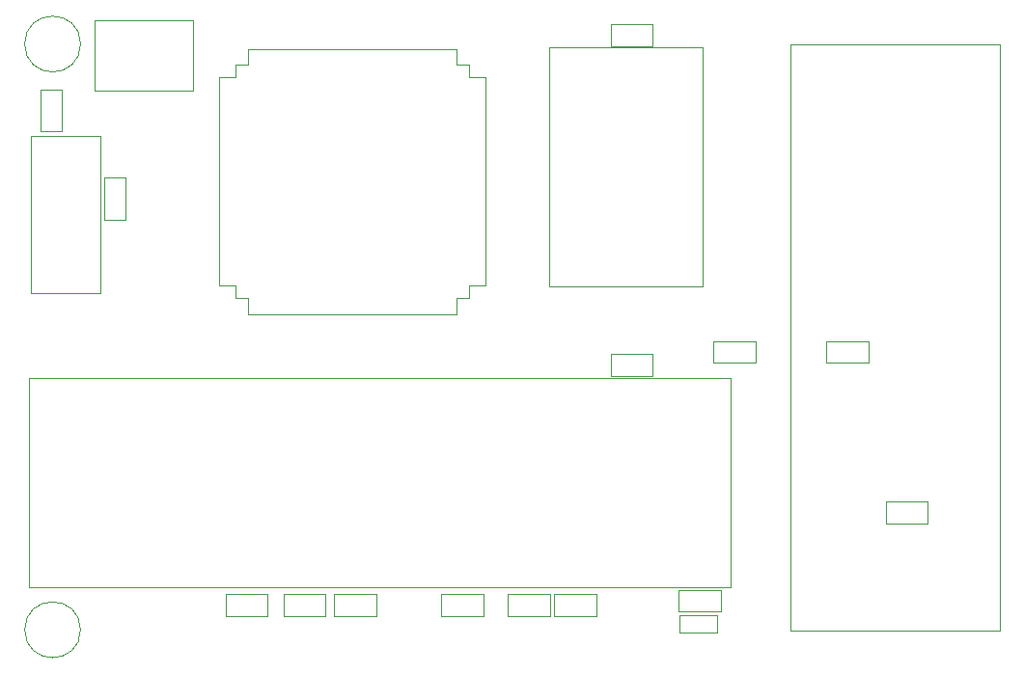
<source format=gbr>
G04 #@! TF.GenerationSoftware,KiCad,Pcbnew,(5.1.2-1)-1*
G04 #@! TF.CreationDate,2020-07-08T23:16:21+01:00*
G04 #@! TF.ProjectId,tranZPUter-SW,7472616e-5a50-4557-9465-722d53572e6b,rev?*
G04 #@! TF.SameCoordinates,Original*
G04 #@! TF.FileFunction,Other,User*
%FSLAX46Y46*%
G04 Gerber Fmt 4.6, Leading zero omitted, Abs format (unit mm)*
G04 Created by KiCad (PCBNEW (5.1.2-1)-1) date 2020-07-08 23:16:21*
%MOMM*%
%LPD*%
G04 APERTURE LIST*
%ADD10C,0.050000*%
G04 APERTURE END LIST*
D10*
X154995000Y-141290000D02*
X158695000Y-141290000D01*
X154995000Y-143190000D02*
X154995000Y-141290000D01*
X158695000Y-143190000D02*
X154995000Y-143190000D01*
X158695000Y-141290000D02*
X158695000Y-143190000D01*
X119285000Y-101070000D02*
X113135000Y-101070000D01*
X119285000Y-114820000D02*
X119285000Y-101070000D01*
X113135000Y-114820000D02*
X119285000Y-114820000D01*
X113135000Y-101070000D02*
X113135000Y-114820000D01*
X153001000Y-114179000D02*
X153001000Y-105029000D01*
X151601000Y-114179000D02*
X153001000Y-114179000D01*
X151601000Y-115279000D02*
X151601000Y-114179000D01*
X150501000Y-115279000D02*
X151601000Y-115279000D01*
X150501000Y-116679000D02*
X150501000Y-115279000D01*
X141351000Y-116679000D02*
X150501000Y-116679000D01*
X129701000Y-114179000D02*
X129701000Y-105029000D01*
X131101000Y-114179000D02*
X129701000Y-114179000D01*
X131101000Y-115279000D02*
X131101000Y-114179000D01*
X132201000Y-115279000D02*
X131101000Y-115279000D01*
X132201000Y-116679000D02*
X132201000Y-115279000D01*
X141351000Y-116679000D02*
X132201000Y-116679000D01*
X153001000Y-95879000D02*
X153001000Y-105029000D01*
X151601000Y-95879000D02*
X153001000Y-95879000D01*
X151601000Y-94779000D02*
X151601000Y-95879000D01*
X150501000Y-94779000D02*
X151601000Y-94779000D01*
X150501000Y-93379000D02*
X150501000Y-94779000D01*
X141351000Y-93379000D02*
X150501000Y-93379000D01*
X129701000Y-95879000D02*
X129701000Y-105029000D01*
X131101000Y-95879000D02*
X129701000Y-95879000D01*
X131101000Y-94779000D02*
X131101000Y-95879000D01*
X132201000Y-94779000D02*
X131101000Y-94779000D01*
X132201000Y-93379000D02*
X132201000Y-94779000D01*
X141351000Y-93379000D02*
X132201000Y-93379000D01*
X119573000Y-108403000D02*
X119573000Y-104703000D01*
X121473000Y-108403000D02*
X119573000Y-108403000D01*
X121473000Y-104703000D02*
X121473000Y-108403000D01*
X119573000Y-104703000D02*
X121473000Y-104703000D01*
X115885000Y-96956000D02*
X115885000Y-100656000D01*
X113985000Y-96956000D02*
X115885000Y-96956000D01*
X113985000Y-100656000D02*
X113985000Y-96956000D01*
X115885000Y-100656000D02*
X113985000Y-100656000D01*
X158654000Y-114259000D02*
X172054000Y-114259000D01*
X158654000Y-93259000D02*
X172054000Y-93259000D01*
X172054000Y-93259000D02*
X172054000Y-114259000D01*
X158654000Y-93259000D02*
X158654000Y-114259000D01*
X118723000Y-90900000D02*
X118723000Y-97050000D01*
X127373000Y-90900000D02*
X118723000Y-90900000D01*
X127373000Y-97050000D02*
X127373000Y-90900000D01*
X118723000Y-97050000D02*
X127373000Y-97050000D01*
X170024000Y-143111000D02*
X173384000Y-143111000D01*
X170024000Y-144671000D02*
X170024000Y-143111000D01*
X173384000Y-144671000D02*
X170024000Y-144671000D01*
X173384000Y-143111000D02*
X173384000Y-144671000D01*
X152853000Y-143190000D02*
X149153000Y-143190000D01*
X152853000Y-141290000D02*
X152853000Y-143190000D01*
X149153000Y-141290000D02*
X152853000Y-141290000D01*
X149153000Y-143190000D02*
X149153000Y-141290000D01*
X198156000Y-93015000D02*
X179806000Y-93015000D01*
X198156000Y-144465000D02*
X198156000Y-93015000D01*
X179806000Y-144465000D02*
X198156000Y-144465000D01*
X179806000Y-93015000D02*
X179806000Y-144465000D01*
X130230000Y-141290000D02*
X133930000Y-141290000D01*
X130230000Y-143190000D02*
X130230000Y-141290000D01*
X133930000Y-143190000D02*
X130230000Y-143190000D01*
X133930000Y-141290000D02*
X133930000Y-143190000D01*
X135310000Y-141290000D02*
X139010000Y-141290000D01*
X135310000Y-143190000D02*
X135310000Y-141290000D01*
X139010000Y-143190000D02*
X135310000Y-143190000D01*
X139010000Y-141290000D02*
X139010000Y-143190000D01*
X164012000Y-120208000D02*
X167712000Y-120208000D01*
X164012000Y-122108000D02*
X164012000Y-120208000D01*
X167712000Y-122108000D02*
X164012000Y-122108000D01*
X167712000Y-120208000D02*
X167712000Y-122108000D01*
X162759000Y-143190000D02*
X159059000Y-143190000D01*
X162759000Y-141290000D02*
X162759000Y-143190000D01*
X159059000Y-141290000D02*
X162759000Y-141290000D01*
X159059000Y-143190000D02*
X159059000Y-141290000D01*
X143455000Y-143190000D02*
X139755000Y-143190000D01*
X143455000Y-141290000D02*
X143455000Y-143190000D01*
X139755000Y-141290000D02*
X143455000Y-141290000D01*
X139755000Y-143190000D02*
X139755000Y-141290000D01*
X191842000Y-135062000D02*
X188142000Y-135062000D01*
X191842000Y-133162000D02*
X191842000Y-135062000D01*
X188142000Y-133162000D02*
X191842000Y-133162000D01*
X188142000Y-135062000D02*
X188142000Y-133162000D01*
X117512000Y-144399000D02*
G75*
G03X117512000Y-144399000I-2450000J0D01*
G01*
X117512000Y-92964000D02*
G75*
G03X117512000Y-92964000I-2450000J0D01*
G01*
X176729000Y-120965000D02*
X173029000Y-120965000D01*
X176729000Y-119065000D02*
X176729000Y-120965000D01*
X173029000Y-119065000D02*
X176729000Y-119065000D01*
X173029000Y-120965000D02*
X173029000Y-119065000D01*
X174574000Y-140625000D02*
X174574000Y-122275000D01*
X112974000Y-140625000D02*
X174574000Y-140625000D01*
X112974000Y-122275000D02*
X112974000Y-140625000D01*
X174574000Y-122275000D02*
X112974000Y-122275000D01*
X173681000Y-142809000D02*
X169981000Y-142809000D01*
X173681000Y-140909000D02*
X173681000Y-142809000D01*
X169981000Y-140909000D02*
X173681000Y-140909000D01*
X169981000Y-142809000D02*
X169981000Y-140909000D01*
X182935000Y-119065000D02*
X186635000Y-119065000D01*
X182935000Y-120965000D02*
X182935000Y-119065000D01*
X186635000Y-120965000D02*
X182935000Y-120965000D01*
X186635000Y-119065000D02*
X186635000Y-120965000D01*
X167712000Y-93152000D02*
X164012000Y-93152000D01*
X167712000Y-91252000D02*
X167712000Y-93152000D01*
X164012000Y-91252000D02*
X167712000Y-91252000D01*
X164012000Y-93152000D02*
X164012000Y-91252000D01*
M02*

</source>
